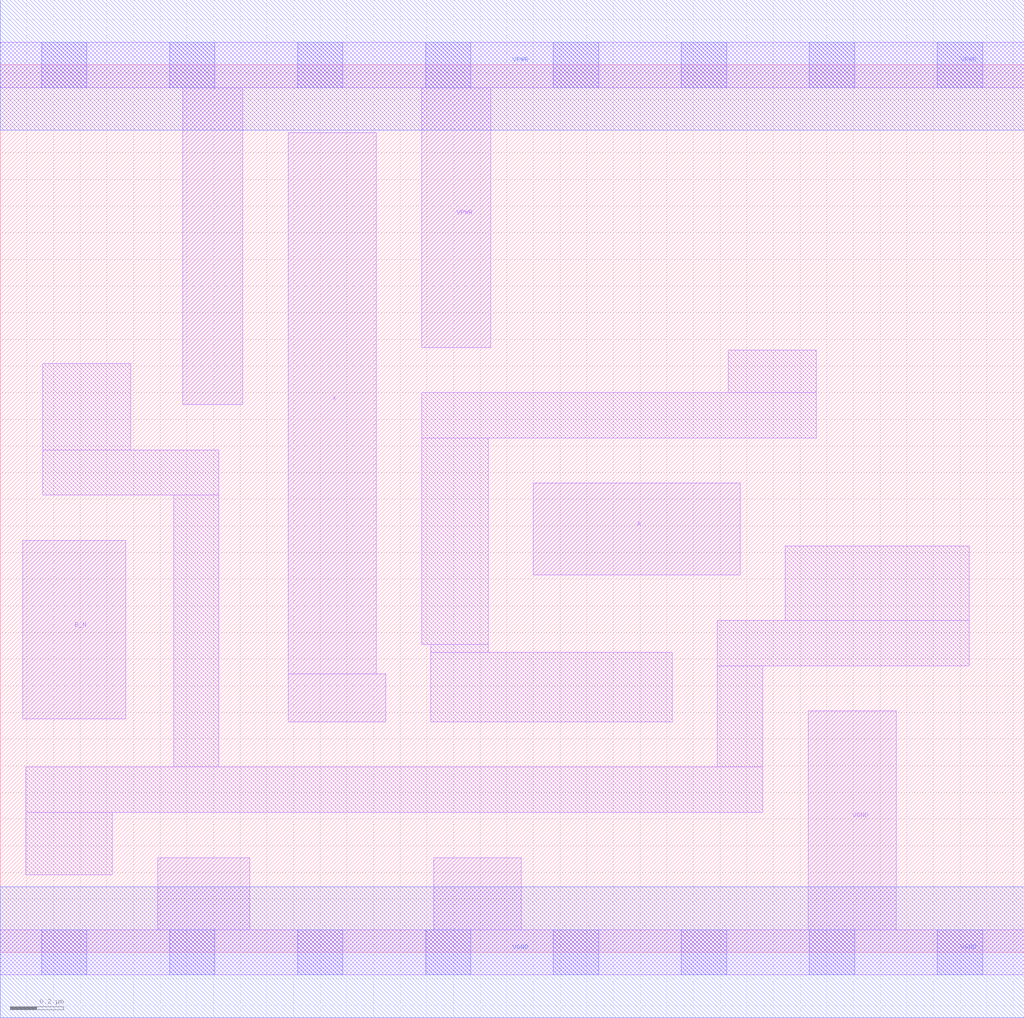
<source format=lef>
# Copyright 2020 The SkyWater PDK Authors
#
# Licensed under the Apache License, Version 2.0 (the "License");
# you may not use this file except in compliance with the License.
# You may obtain a copy of the License at
#
#     https://www.apache.org/licenses/LICENSE-2.0
#
# Unless required by applicable law or agreed to in writing, software
# distributed under the License is distributed on an "AS IS" BASIS,
# WITHOUT WARRANTIES OR CONDITIONS OF ANY KIND, either express or implied.
# See the License for the specific language governing permissions and
# limitations under the License.
#
# SPDX-License-Identifier: Apache-2.0

VERSION 5.7 ;
  NAMESCASESENSITIVE ON ;
  NOWIREEXTENSIONATPIN ON ;
  DIVIDERCHAR "/" ;
  BUSBITCHARS "[]" ;
UNITS
  DATABASE MICRONS 200 ;
END UNITS
MACRO sky130_fd_sc_lp__or2b_2
  CLASS CORE ;
  SOURCE USER ;
  FOREIGN sky130_fd_sc_lp__or2b_2 ;
  ORIGIN  0.000000  0.000000 ;
  SIZE  3.840000 BY  3.330000 ;
  SYMMETRY X Y R90 ;
  SITE unit ;
  PIN A
    ANTENNAGATEAREA  0.126000 ;
    DIRECTION INPUT ;
    USE SIGNAL ;
    PORT
      LAYER li1 ;
        RECT 2.000000 1.415000 2.775000 1.760000 ;
    END
  END A
  PIN B_N
    ANTENNAGATEAREA  0.126000 ;
    DIRECTION INPUT ;
    USE SIGNAL ;
    PORT
      LAYER li1 ;
        RECT 0.085000 0.875000 0.470000 1.545000 ;
    END
  END B_N
  PIN X
    ANTENNADIFFAREA  0.588000 ;
    DIRECTION OUTPUT ;
    USE SIGNAL ;
    PORT
      LAYER li1 ;
        RECT 1.080000 0.865000 1.445000 1.045000 ;
        RECT 1.080000 1.045000 1.410000 3.075000 ;
    END
  END X
  PIN VGND
    DIRECTION INOUT ;
    USE GROUND ;
    PORT
      LAYER li1 ;
        RECT 0.000000 -0.085000 3.840000 0.085000 ;
        RECT 0.590000  0.085000 0.935000 0.355000 ;
        RECT 1.625000  0.085000 1.955000 0.355000 ;
        RECT 3.030000  0.085000 3.360000 0.905000 ;
      LAYER mcon ;
        RECT 0.155000 -0.085000 0.325000 0.085000 ;
        RECT 0.635000 -0.085000 0.805000 0.085000 ;
        RECT 1.115000 -0.085000 1.285000 0.085000 ;
        RECT 1.595000 -0.085000 1.765000 0.085000 ;
        RECT 2.075000 -0.085000 2.245000 0.085000 ;
        RECT 2.555000 -0.085000 2.725000 0.085000 ;
        RECT 3.035000 -0.085000 3.205000 0.085000 ;
        RECT 3.515000 -0.085000 3.685000 0.085000 ;
      LAYER met1 ;
        RECT 0.000000 -0.245000 3.840000 0.245000 ;
    END
  END VGND
  PIN VPWR
    DIRECTION INOUT ;
    USE POWER ;
    PORT
      LAYER li1 ;
        RECT 0.000000 3.245000 3.840000 3.415000 ;
        RECT 0.685000 2.055000 0.910000 3.245000 ;
        RECT 1.580000 2.270000 1.840000 3.245000 ;
      LAYER mcon ;
        RECT 0.155000 3.245000 0.325000 3.415000 ;
        RECT 0.635000 3.245000 0.805000 3.415000 ;
        RECT 1.115000 3.245000 1.285000 3.415000 ;
        RECT 1.595000 3.245000 1.765000 3.415000 ;
        RECT 2.075000 3.245000 2.245000 3.415000 ;
        RECT 2.555000 3.245000 2.725000 3.415000 ;
        RECT 3.035000 3.245000 3.205000 3.415000 ;
        RECT 3.515000 3.245000 3.685000 3.415000 ;
      LAYER met1 ;
        RECT 0.000000 3.085000 3.840000 3.575000 ;
    END
  END VPWR
  OBS
    LAYER li1 ;
      RECT 0.095000 0.290000 0.420000 0.525000 ;
      RECT 0.095000 0.525000 2.860000 0.695000 ;
      RECT 0.160000 1.715000 0.820000 1.885000 ;
      RECT 0.160000 1.885000 0.490000 2.210000 ;
      RECT 0.650000 0.695000 0.820000 1.715000 ;
      RECT 1.580000 1.155000 1.830000 1.930000 ;
      RECT 1.580000 1.930000 3.060000 2.100000 ;
      RECT 1.615000 0.865000 2.520000 1.125000 ;
      RECT 1.615000 1.125000 1.830000 1.155000 ;
      RECT 2.690000 0.695000 2.860000 1.075000 ;
      RECT 2.690000 1.075000 3.635000 1.245000 ;
      RECT 2.730000 2.100000 3.060000 2.260000 ;
      RECT 2.945000 1.245000 3.635000 1.525000 ;
  END
END sky130_fd_sc_lp__or2b_2

</source>
